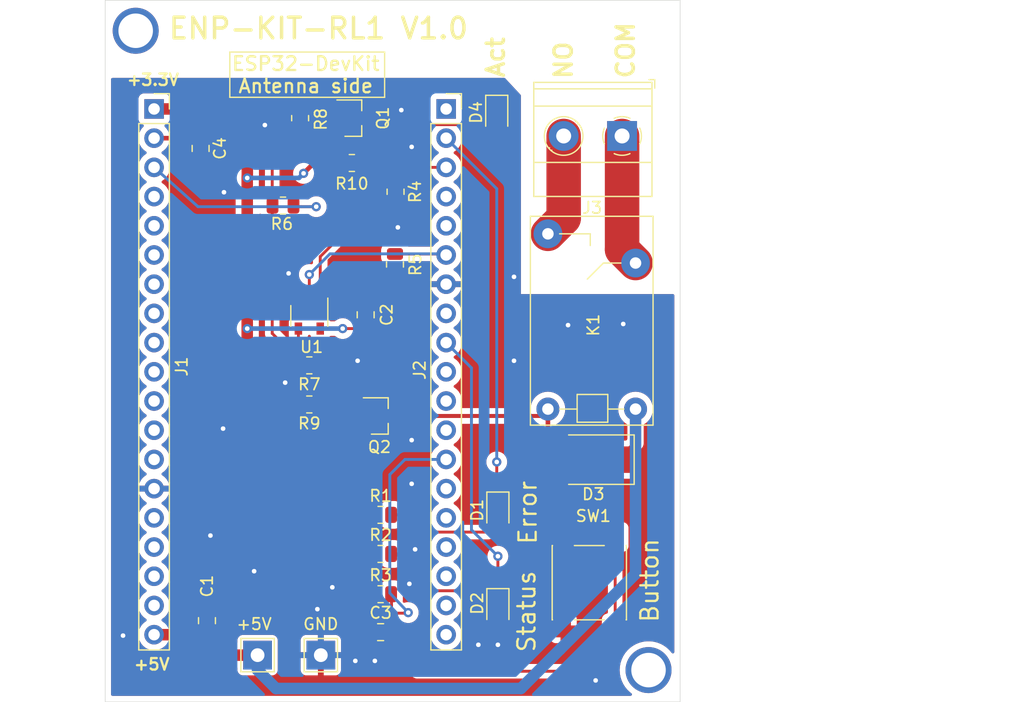
<source format=kicad_pcb>
(kicad_pcb (version 20211014) (generator pcbnew)
  (title_block (title "ENP-KIT-RL1") (date "2021-09-21") (rev "${git_tag}"))
  (layers (0 "F.Cu" signal) (31 "B.Cu" signal) (34 "B.Paste" user) (35 "F.Paste" user) (36 "B.SilkS" user "B.Silkscreen") (37 "F.SilkS" user "F.Silkscreen") (38 "B.Mask" user) (39 "F.Mask" user) (44 "Edge.Cuts" user))
  (property "git_hash" "V2.2")
  (net 0 "")
  (net 1 "+5V")
  (net 2 "GND")
  (net 3 "Net-(Q1-Pad1)")
  (net 4 "EN")
  (net 19 "Net-(D1-Pad2)")
  (net 30 "Net-(J2-Pad6)")
  (net 33 "Net-(J2-Pad3)")
  (net 34 "Net-(J3-Pad1)")
  (net 35 "Net-(J3-Pad2)")
  (net 36 "Net-(Q2-Pad1)")
  (net 37 "Net-(D2-Pad2)")
  (net 38 "+3V3")
  (net 39 "Net-(D3-Pad2)")
  (net 40 "Net-(D4-Pad2)")
  (net 41 "Net-(D4-Pad1)")
  (net 42 "Net-(R6-Pad1)")
  (net 43 "ACT")
  (net 44 "Net-(C3-Pad2)")
  (net 45 "Net-(D1-Pad1)")
  (net 46 "Net-(D2-Pad1)")
  (footprint "Capacitor_SMD:C_0805_2012Metric" (layer "F.Cu") (at 89.2 84.5 90)
    (fp_text reference "C1" (at 3 0 90) (layer "F.SilkS"))
    (fp_text value "0.1uF/50V/20%/X5R/C0805" hide)
    (fp_line (start -0.261252 -0.735) (end 0.261252 -0.735) (layer "F.SilkS") (width 0.12))
    (fp_line (start -0.261252 0.735) (end 0.261252 0.735) (layer "F.SilkS") (width 0.12))
    (pad "1" smd roundrect locked (at -0.95 0 90) (size 1 1.45) (layers "F.Cu" "F.Paste" "F.Mask") (net 1 "+5V"))
    (pad "2" smd roundrect locked (at 0.95 0 90) (size 1 1.45) (layers "F.Cu" "F.Paste" "F.Mask") (net 2 "GND"))
  )
  (footprint "Capacitor_SMD:C_0805_2012Metric" (layer "F.Cu") (at 103 57.9 90)
    (fp_text reference "C2" (at 0 1.825 90) (layer "F.SilkS"))
    (fp_text value "0.1uF/50V/20%/X5R/C0805" hide)
    (fp_line (start -0.261252 0.735) (end 0.261252 0.735) (layer "F.SilkS") (width 0.12))
    (fp_line (start -0.261252 -0.735) (end 0.261252 -0.735) (layer "F.SilkS") (width 0.12))
    (pad "1" smd roundrect locked (at -0.95 0 90) (size 1 1.45) (layers "F.Cu" "F.Paste" "F.Mask") (net 38 "+3V3"))
    (pad "2" smd roundrect locked (at 0.95 0 90) (size 1 1.45) (layers "F.Cu" "F.Paste" "F.Mask") (net 2 "GND"))
  )
  (footprint "Capacitor_SMD:C_0805_2012Metric" (layer "F.Cu") (at 104.3 85.5)
    (fp_text reference "C3" (at 0 -1.68) (layer "F.SilkS"))
    (fp_text value "0.1uF/50V/20%/X5R/C0805" hide)
    (fp_line (start -0.261252 -0.735) (end 0.261252 -0.735) (layer "F.SilkS") (width 0.12))
    (fp_line (start -0.261252 0.735) (end 0.261252 0.735) (layer "F.SilkS") (width 0.12))
    (pad "1" smd roundrect locked (at -0.95 0) (size 1 1.45) (layers "F.Cu" "F.Paste" "F.Mask") (net 2 "GND"))
    (pad "2" smd roundrect locked (at 0.95 0) (size 1 1.45) (layers "F.Cu" "F.Paste" "F.Mask") (net 44 "Net-(C3-Pad2)"))
  )
  (footprint "Diode_SMD:D_SMB" (layer "F.Cu") (at 122.8 70.5 180)
    (fp_text reference "D3" (at 0 -3) (layer "F.SilkS"))
    (fp_text value "SM6T12A" hide)
    (fp_line (start -3.55 2.15) (end 2.15 2.15) (layer "F.SilkS") (width 0.12))
    (fp_line (start -3.55 -2.15) (end -3.55 2.15) (layer "F.SilkS") (width 0.12))
    (fp_line (start -3.55 -2.15) (end 2.15 -2.15) (layer "F.SilkS") (width 0.12))
    (pad "1" smd rect locked (at -2.15 0 180) (size 2.5 2.3) (layers "F.Cu" "F.Paste" "F.Mask") (net 1 "+5V"))
    (pad "2" smd rect locked (at 2.15 0 180) (size 2.5 2.3) (layers "F.Cu" "F.Paste" "F.Mask") (net 39 "Net-(D3-Pad2)"))
  )
  (footprint "LED_SMD:LED_0805_2012Metric" (layer "F.Cu") (at 114.4 40.5 -90)
    (fp_text reference "D4" (at -0.2 1.8 90) (layer "F.SilkS"))
    (fp_text value "LED_GREEN" hide)
    (fp_line (start -1.685 0.96) (end 1 0.96) (layer "F.SilkS") (width 0.12))
    (fp_line (start 1 -0.96) (end -1.685 -0.96) (layer "F.SilkS") (width 0.12))
    (fp_line (start -1.685 -0.96) (end -1.685 0.96) (layer "F.SilkS") (width 0.12))
    (pad "1" smd roundrect locked (at -0.9375 0 270) (size 0.975 1.4) (layers "F.Cu" "F.Paste" "F.Mask") (net 41 "Net-(D4-Pad1)"))
    (pad "2" smd roundrect locked (at 0.9375 0 270) (size 0.975 1.4) (layers "F.Cu" "F.Paste" "F.Mask") (net 40 "Net-(D4-Pad2)"))
  )
  (footprint "LED_SMD:LED_0805_2012Metric" (layer "F.Cu") (at 114.5 75 -90)
    (fp_text reference "D1" (at -0.1 1.8 90) (layer "F.SilkS"))
    (fp_text value "LED_RED" hide)
    (fp_line (start -1.685 -0.96) (end -1.685 0.96) (layer "F.SilkS") (width 0.12))
    (fp_line (start 1 -0.96) (end -1.685 -0.96) (layer "F.SilkS") (width 0.12))
    (fp_line (start -1.685 0.96) (end 1 0.96) (layer "F.SilkS") (width 0.12))
    (pad "1" smd roundrect locked (at -0.9375 0 270) (size 0.975 1.4) (layers "F.Cu" "F.Paste" "F.Mask") (net 45 "Net-(D1-Pad1)"))
    (pad "2" smd roundrect locked (at 0.9375 0 270) (size 0.975 1.4) (layers "F.Cu" "F.Paste" "F.Mask") (net 19 "Net-(D1-Pad2)"))
  )
  (footprint "LED_SMD:LED_0805_2012Metric" (layer "F.Cu") (at 114.5 83.4 -90)
    (fp_text reference "D2" (at -0.4 1.8 90) (layer "F.SilkS"))
    (fp_text value "LED_GREEN" hide)
    (fp_line (start -1.685 0.96) (end 1 0.96) (layer "F.SilkS") (width 0.12))
    (fp_line (start 1 -0.96) (end -1.685 -0.96) (layer "F.SilkS") (width 0.12))
    (fp_line (start -1.685 -0.96) (end -1.685 0.96) (layer "F.SilkS") (width 0.12))
    (pad "1" smd roundrect locked (at -0.9375 0 270) (size 0.975 1.4) (layers "F.Cu" "F.Paste" "F.Mask") (net 46 "Net-(D2-Pad1)"))
    (pad "2" smd roundrect locked (at 0.9375 0 270) (size 0.975 1.4) (layers "F.Cu" "F.Paste" "F.Mask") (net 37 "Net-(D2-Pad2)"))
  )
  (footprint "Connector_PinSocket_2.54mm:PinSocket_1x19_P2.54mm_Vertical" (layer "F.Cu") (at 84.6 40)
    (fp_text reference "J1" (at 2.4 22.4 90) (layer "F.SilkS"))
    (fp_text value "Conn_01x19" hide)
    (fp_line (start -1.33 1.27) (end 1.33 1.27) (layer "F.SilkS") (width 0.12))
    (fp_line (start 1.33 -1.33) (end 1.33 0) (layer "F.SilkS") (width 0.12))
    (fp_line (start 1.33 1.27) (end 1.33 47.05) (layer "F.SilkS") (width 0.12))
    (fp_line (start 0 -1.33) (end 1.33 -1.33) (layer "F.SilkS") (width 0.12))
    (fp_line (start -1.33 47.05) (end 1.33 47.05) (layer "F.SilkS") (width 0.12))
    (fp_line (start -1.33 1.27) (end -1.33 47.05) (layer "F.SilkS") (width 0.12))
    (pad "1" thru_hole rect locked (at 0 0) (size 1.7 1.7) (drill 1) (layers *.Cu *.Mask) (net 38 "+3V3"))
    (pad "2" thru_hole oval locked (at 0 2.54) (size 1.7 1.7) (drill 1) (layers *.Cu *.Mask) (net 4 "EN"))
    (pad "3" thru_hole oval locked (at 0 5.08) (size 1.7 1.7) (drill 1) (layers *.Cu *.Mask) (net 43 "ACT"))
    (pad "4" thru_hole oval locked (at 0 7.62) (size 1.7 1.7) (drill 1) (layers *.Cu *.Mask))
    (pad "5" thru_hole oval locked (at 0 10.16) (size 1.7 1.7) (drill 1) (layers *.Cu *.Mask))
    (pad "6" thru_hole oval locked (at 0 12.7) (size 1.7 1.7) (drill 1) (layers *.Cu *.Mask))
    (pad "7" thru_hole oval locked (at 0 15.24) (size 1.7 1.7) (drill 1) (layers *.Cu *.Mask))
    (pad "8" thru_hole oval locked (at 0 17.78) (size 1.7 1.7) (drill 1) (layers *.Cu *.Mask))
    (pad "9" thru_hole oval locked (at 0 20.32) (size 1.7 1.7) (drill 1) (layers *.Cu *.Mask))
    (pad "10" thru_hole oval locked (at 0 22.86) (size 1.7 1.7) (drill 1) (layers *.Cu *.Mask))
    (pad "11" thru_hole oval locked (at 0 25.4) (size 1.7 1.7) (drill 1) (layers *.Cu *.Mask))
    (pad "12" thru_hole oval locked (at 0 27.94) (size 1.7 1.7) (drill 1) (layers *.Cu *.Mask))
    (pad "13" thru_hole oval locked (at 0 30.48) (size 1.7 1.7) (drill 1) (layers *.Cu *.Mask))
    (pad "14" thru_hole oval locked (at 0 33.02) (size 1.7 1.7) (drill 1) (layers *.Cu *.Mask) (net 2 "GND"))
    (pad "15" thru_hole oval locked (at 0 35.56) (size 1.7 1.7) (drill 1) (layers *.Cu *.Mask))
    (pad "16" thru_hole oval locked (at 0 38.1) (size 1.7 1.7) (drill 1) (layers *.Cu *.Mask))
    (pad "17" thru_hole oval locked (at 0 40.64) (size 1.7 1.7) (drill 1) (layers *.Cu *.Mask))
    (pad "18" thru_hole oval locked (at 0 43.18) (size 1.7 1.7) (drill 1) (layers *.Cu *.Mask))
    (pad "19" thru_hole oval locked (at 0 45.72) (size 1.7 1.7) (drill 1) (layers *.Cu *.Mask) (net 1 "+5V"))
  )
  (footprint "Connector_PinSocket_2.54mm:PinSocket_1x19_P2.54mm_Vertical" (layer "F.Cu") (at 110 40)
    (fp_text reference "J2" (at -2.3 22.7 90) (layer "F.SilkS"))
    (fp_text value "Conn_01x19" hide)
    (fp_line (start -1.33 1.27) (end 1.33 1.27) (layer "F.SilkS") (width 0.12))
    (fp_line (start 1.33 1.27) (end 1.33 47.05) (layer "F.SilkS") (width 0.12))
    (fp_line (start -1.33 1.27) (end -1.33 47.05) (layer "F.SilkS") (width 0.12))
    (fp_line (start 1.33 -1.33) (end 1.33 0) (layer "F.SilkS") (width 0.12))
    (fp_line (start 0 -1.33) (end 1.33 -1.33) (layer "F.SilkS") (width 0.12))
    (fp_line (start -1.33 47.05) (end 1.33 47.05) (layer "F.SilkS") (width 0.12))
    (pad "1" thru_hole rect locked (at 0 0) (size 1.7 1.7) (drill 1) (layers *.Cu *.Mask))
    (pad "2" thru_hole oval locked (at 0 2.54) (size 1.7 1.7) (drill 1) (layers *.Cu *.Mask) (net 45 "Net-(D1-Pad1)"))
    (pad "3" thru_hole oval locked (at 0 5.08) (size 1.7 1.7) (drill 1) (layers *.Cu *.Mask) (net 33 "Net-(J2-Pad3)"))
    (pad "4" thru_hole oval locked (at 0 7.62) (size 1.7 1.7) (drill 1) (layers *.Cu *.Mask))
    (pad "5" thru_hole oval locked (at 0 10.16) (size 1.7 1.7) (drill 1) (layers *.Cu *.Mask))
    (pad "6" thru_hole oval locked (at 0 12.7) (size 1.7 1.7) (drill 1) (layers *.Cu *.Mask) (net 30 "Net-(J2-Pad6)"))
    (pad "7" thru_hole oval locked (at 0 15.24) (size 1.7 1.7) (drill 1) (layers *.Cu *.Mask) (net 2 "GND"))
    (pad "8" thru_hole oval locked (at 0 17.78) (size 1.7 1.7) (drill 1) (layers *.Cu *.Mask))
    (pad "9" thru_hole oval locked (at 0 20.32) (size 1.7 1.7) (drill 1) (layers *.Cu *.Mask) (net 46 "Net-(D2-Pad1)"))
    (pad "10" thru_hole oval locked (at 0 22.86) (size 1.7 1.7) (drill 1) (layers *.Cu *.Mask))
    (pad "11" thru_hole oval locked (at 0 25.4) (size 1.7 1.7) (drill 1) (layers *.Cu *.Mask))
    (pad "12" thru_hole oval locked (at 0 27.94) (size 1.7 1.7) (drill 1) (layers *.Cu *.Mask))
    (pad "13" thru_hole oval locked (at 0 30.48) (size 1.7 1.7) (drill 1) (layers *.Cu *.Mask) (net 44 "Net-(C3-Pad2)"))
    (pad "14" thru_hole oval locked (at 0 33.02) (size 1.7 1.7) (drill 1) (layers *.Cu *.Mask))
    (pad "15" thru_hole oval locked (at 0 35.56) (size 1.7 1.7) (drill 1) (layers *.Cu *.Mask))
    (pad "16" thru_hole oval locked (at 0 38.1) (size 1.7 1.7) (drill 1) (layers *.Cu *.Mask))
    (pad "17" thru_hole oval locked (at 0 40.64) (size 1.7 1.7) (drill 1) (layers *.Cu *.Mask))
    (pad "18" thru_hole oval locked (at 0 43.18) (size 1.7 1.7) (drill 1) (layers *.Cu *.Mask))
    (pad "19" thru_hole oval locked (at 0 45.72) (size 1.7 1.7) (drill 1) (layers *.Cu *.Mask))
  )
  (footprint "TerminalBlock_Phoenix:TerminalBlock_Phoenix_MKDS-1,5-2-5.08_1x02_P5.08mm_Horizontal" (layer "F.Cu") (at 125.3 42.35 180)
    (fp_text reference "J3" (at 2.6 -6.25) (layer "F.SilkS"))
    (fp_text value "Screw_Terminal_01x02" hide)
    (fp_line (start -2.6 -5.261) (end 7.68 -5.261) (layer "F.SilkS") (width 0.12))
    (fp_line (start -2.6 4.1) (end 7.68 4.1) (layer "F.SilkS") (width 0.12))
    (fp_line (start -2.6 -5.261) (end -2.6 4.66) (layer "F.SilkS") (width 0.12))
    (fp_line (start -2.84 4.16) (end -2.84 4.9) (layer "F.SilkS") (width 0.12))
    (fp_line (start 6.355 -1.069) (end 6.308 -1.023) (layer "F.SilkS") (width 0.12))
    (fp_line (start 7.68 -5.261) (end 7.68 4.66) (layer "F.SilkS") (width 0.12))
    (fp_line (start -2.84 4.9) (end -2.34 4.9) (layer "F.SilkS") (width 0.12))
    (fp_line (start -2.6 2.6) (end 7.68 2.6) (layer "F.SilkS") (width 0.12))
    (fp_line (start 6.15 -1.275) (end 6.115 -1.239) (layer "F.SilkS") (width 0.12))
    (fp_line (start -2.6 4.66) (end 7.68 4.66) (layer "F.SilkS") (width 0.12))
    (fp_line (start 4.046 1.239) (end 4.011 1.274) (layer "F.SilkS") (width 0.12))
    (fp_line (start 3.853 1.023) (end 3.806 1.069) (layer "F.SilkS") (width 0.12))
    (fp_line (start -2.6 -2.301) (end 7.68 -2.301) (layer "F.SilkS") (width 0.12))
    (fp_arc (start -0.683042 -1.535427) (mid 0.000524 -1.680501) (end 0.684 -1.535) (layer "F.SilkS") (width 0.12))
    (fp_arc (start -1.535427 0.683042) (mid -1.680501 -0.000524) (end -1.535 -0.684) (layer "F.SilkS") (width 0.12))
    (fp_arc (start 0.028805 1.680253) (mid -0.335551 1.646659) (end -0.684 1.535) (layer "F.SilkS") (width 0.12))
    (fp_arc (start 0.683318 1.534756) (mid 0.349292 1.643288) (end 0 1.68) (layer "F.SilkS") (width 0.12))
    (fp_arc (start 1.535427 -0.683042) (mid 1.680501 0.000524) (end 1.535 0.684) (layer "F.SilkS") (width 0.12))
    (fp_circle (center 5.08 0) (end 6.76 0) (layer "F.SilkS") (width 0.12) (fill none))
    (pad "1" thru_hole rect locked (at 0 0 180) (size 2.6 2.6) (drill 1.3) (layers *.Cu *.Mask) (net 34 "Net-(J3-Pad1)"))
    (pad "2" thru_hole circle locked (at 5.08 0 180) (size 2.6 2.6) (drill 1.3) (layers *.Cu *.Mask) (net 35 "Net-(J3-Pad2)"))
  )
  (footprint "Enapter_lib:HF32F-G" (layer "F.Cu") (at 118.85 66.1 90)
    (fp_text reference "K1" (at 7.3 3.95 90) (layer "F.SilkS"))
    (fp_text value "HF32F-G/005-HS" hide)
    (fp_line (start 12.7 4.826) (end 12.7 6.35) (layer "F.SilkS") (width 0.12))
    (fp_line (start -1.143 5.207) (end -1.143 2.54) (layer "F.SilkS") (width 0.12))
    (fp_line (start 0 5.207) (end 0 6.604) (layer "F.SilkS") (width 0.12))
    (fp_line (start -1.397 9.144) (end -1.397 -1.524) (layer "F.SilkS") (width 0.12))
    (fp_line (start 14.224 3.683) (end 15.24 3.683) (layer "F.SilkS") (width 0.12))
    (fp_line (start 1.27 5.207) (end -1.143 5.207) (layer "F.SilkS") (width 0.12))
    (fp_line (start 16.764 -1.524) (end 16.764 9.144) (layer "F.SilkS") (width 0.12))
    (fp_line (start -1.397 -1.524) (end 16.764 -1.524) (layer "F.SilkS") (width 0.12))
    (fp_line (start 15.24 1.016) (end 15.24 3.683) (layer "F.SilkS") (width 0.12))
    (fp_line (start -1.143 2.54) (end 1.27 2.54) (layer "F.SilkS") (width 0.12))
    (fp_line (start 0 2.54) (end 0 1.016) (layer "F.SilkS") (width 0.12))
    (fp_line (start 11.303 3.429) (end 12.7 4.826) (layer "F.SilkS") (width 0.12))
    (fp_line (start 1.27 2.54) (end 1.27 5.207) (layer "F.SilkS") (width 0.12))
    (fp_line (start 16.764 9.144) (end -1.397 9.144) (layer "F.SilkS") (width 0.12))
    (pad "1" thru_hole circle locked (at 0 0 90) (size 2 2) (drill 1) (layers *.Cu *.Mask) (net 39 "Net-(D3-Pad2)"))
    (pad "2" thru_hole circle locked (at 0 7.62 90) (size 2 2) (drill 1) (layers *.Cu *.Mask) (net 1 "+5V"))
    (pad "3" thru_hole circle locked (at 12.7 7.62 90) (size 2.5 2.5) (drill 1) (layers *.Cu *.Mask) (net 34 "Net-(J3-Pad1)"))
    (pad "4" thru_hole circle locked (at 15.24 0 90) (size 2.5 2.5) (drill 1) (layers *.Cu *.Mask) (net 35 "Net-(J3-Pad2)"))
  )
  (footprint "Resistor_SMD:R_0805_2012Metric" (layer "F.Cu") (at 105.6 47.2 -90)
    (fp_text reference "R4" (at 0 -1.7 90) (layer "F.SilkS"))
    (fp_text value "10K/10%/R0805" hide)
    (fp_line (start -0.227064 0.735) (end 0.227064 0.735) (layer "F.SilkS") (width 0.12))
    (fp_line (start -0.227064 -0.735) (end 0.227064 -0.735) (layer "F.SilkS") (width 0.12))
    (pad "1" smd roundrect locked (at -0.9125 0 270) (size 1.025 1.4) (layers "F.Cu" "F.Paste" "F.Mask") (roundrect_rratio 0.243902) (net 33 "Net-(J2-Pad3)"))
    (pad "2" smd roundrect locked (at 0.9125 0 270) (size 1.025 1.4) (layers "F.Cu" "F.Paste" "F.Mask") (roundrect_rratio 0.243902) (net 2 "GND"))
  )
  (footprint "Resistor_SMD:R_0805_2012Metric" (layer "F.Cu") (at 105.55 53.525 90)
    (fp_text reference "R5" (at -0.025 1.775 90) (layer "F.SilkS"))
    (fp_text value "10K/10%/R0805" hide)
    (fp_line (start -0.227064 0.735) (end 0.227064 0.735) (layer "F.SilkS") (width 0.12))
    (fp_line (start -0.227064 -0.735) (end 0.227064 -0.735) (layer "F.SilkS") (width 0.12))
    (pad "1" smd roundrect locked (at -0.9125 0 90) (size 1.025 1.4) (layers "F.Cu" "F.Paste" "F.Mask") (roundrect_rratio 0.243902) (net 38 "+3V3"))
    (pad "2" smd roundrect locked (at 0.9125 0 90) (size 1.025 1.4) (layers "F.Cu" "F.Paste" "F.Mask") (roundrect_rratio 0.243902) (net 30 "Net-(J2-Pad6)"))
  )
  (footprint "Resistor_SMD:R_0805_2012Metric" (layer "F.Cu") (at 98.1 62.3 180)
    (fp_text reference "R7" (at 0 -1.65) (layer "F.SilkS"))
    (fp_text value "1K/10%/R0805" hide)
    (fp_line (start -0.227064 -0.735) (end 0.227064 -0.735) (layer "F.SilkS") (width 0.12))
    (fp_line (start -0.227064 0.735) (end 0.227064 0.735) (layer "F.SilkS") (width 0.12))
    (pad "1" smd roundrect locked (at -0.9125 0 180) (size 1.025 1.4) (layers "F.Cu" "F.Paste" "F.Mask") (roundrect_rratio 0.243902) (net 36 "Net-(Q2-Pad1)"))
    (pad "2" smd roundrect locked (at 0.9125 0 180) (size 1.025 1.4) (layers "F.Cu" "F.Paste" "F.Mask") (roundrect_rratio 0.243902) (net 42 "Net-(R6-Pad1)"))
  )
  (footprint "Resistor_SMD:R_0805_2012Metric" (layer "F.Cu") (at 98.1 65.7 180)
    (fp_text reference "R9" (at 0 -1.65) (layer "F.SilkS"))
    (fp_text value "10K/10%/R0805" hide)
    (fp_line (start -0.227064 0.735) (end 0.227064 0.735) (layer "F.SilkS") (width 0.12))
    (fp_line (start -0.227064 -0.735) (end 0.227064 -0.735) (layer "F.SilkS") (width 0.12))
    (pad "1" smd roundrect locked (at -0.9125 0 180) (size 1.025 1.4) (layers "F.Cu" "F.Paste" "F.Mask") (roundrect_rratio 0.243902) (net 36 "Net-(Q2-Pad1)"))
    (pad "2" smd roundrect locked (at 0.9125 0 180) (size 1.025 1.4) (layers "F.Cu" "F.Paste" "F.Mask") (roundrect_rratio 0.243902) (net 2 "GND"))
  )
  (footprint "Resistor_SMD:R_0805_2012Metric" (layer "F.Cu") (at 101.8 44.7)
    (fp_text reference "R10" (at 0 1.8) (layer "F.SilkS"))
    (fp_text value "523R/20%/R0805" hide)
    (fp_line (start -0.227064 0.735) (end 0.227064 0.735) (layer "F.SilkS") (width 0.12))
    (fp_line (start -0.227064 -0.735) (end 0.227064 -0.735) (layer "F.SilkS") (width 0.12))
    (pad "1" smd roundrect locked (at -0.9125 0) (size 1.025 1.4) (layers "F.Cu" "F.Paste" "F.Mask") (roundrect_rratio 0.243902) (net 38 "+3V3"))
    (pad "2" smd roundrect locked (at 0.9125 0) (size 1.025 1.4) (layers "F.Cu" "F.Paste" "F.Mask") (roundrect_rratio 0.243902) (net 40 "Net-(D4-Pad2)"))
  )
  (footprint "Resistor_SMD:R_0805_2012Metric" (layer "F.Cu") (at 104.3 82.2)
    (fp_text reference "R3" (at 0 -1.65) (layer "F.SilkS"))
    (fp_text value "10K/10%/R0805" hide)
    (fp_line (start -0.227064 0.735) (end 0.227064 0.735) (layer "F.SilkS") (width 0.12))
    (fp_line (start -0.227064 -0.735) (end 0.227064 -0.735) (layer "F.SilkS") (width 0.12))
    (pad "1" smd roundrect locked (at -0.9125 0) (size 1.025 1.4) (layers "F.Cu" "F.Paste" "F.Mask") (roundrect_rratio 0.243902) (net 38 "+3V3"))
    (pad "2" smd roundrect locked (at 0.9125 0) (size 1.025 1.4) (layers "F.Cu" "F.Paste" "F.Mask") (roundrect_rratio 0.243902) (net 44 "Net-(C3-Pad2)"))
  )
  (footprint "Resistor_SMD:R_0805_2012Metric" (layer "F.Cu") (at 95.8125 48.4)
    (fp_text reference "R6" (at -0.1 1.6) (layer "F.SilkS"))
    (fp_text value "10K/10%/R0805" hide)
    (fp_line (start -0.227064 0.735) (end 0.227064 0.735) (layer "F.SilkS") (width 0.12))
    (fp_line (start -0.227064 -0.735) (end 0.227064 -0.735) (layer "F.SilkS") (width 0.12))
    (pad "1" smd roundrect locked (at -0.9125 0) (size 1.025 1.4) (layers "F.Cu" "F.Paste" "F.Mask") (roundrect_rratio 0.243902) (net 42 "Net-(R6-Pad1)"))
    (pad "2" smd roundrect locked (at 0.9125 0) (size 1.025 1.4) (layers "F.Cu" "F.Paste" "F.Mask") (roundrect_rratio 0.243902) (net 43 "ACT"))
  )
  (footprint "Resistor_SMD:R_0805_2012Metric" (layer "F.Cu") (at 97.3 40.8 -90)
    (fp_text reference "R8" (at 0.1 -1.8 90) (layer "F.SilkS"))
    (fp_text value "1K/10%/R0805" hide)
    (fp_line (start -0.227064 -0.735) (end 0.227064 -0.735) (layer "F.SilkS") (width 0.12))
    (fp_line (start -0.227064 0.735) (end 0.227064 0.735) (layer "F.SilkS") (width 0.12))
    (pad "1" smd roundrect locked (at -0.9125 0 270) (size 1.025 1.4) (layers "F.Cu" "F.Paste" "F.Mask") (roundrect_rratio 0.243902) (net 3 "Net-(Q1-Pad1)"))
    (pad "2" smd roundrect locked (at 0.9125 0 270) (size 1.025 1.4) (layers "F.Cu" "F.Paste" "F.Mask") (roundrect_rratio 0.243902) (net 42 "Net-(R6-Pad1)"))
  )
  (footprint "Button_Switch_SMD:SW_Push_1P1T_NO_6x6mm_H9.5mm" (layer "F.Cu") (at 122.45 81.2 90)
    (fp_text reference "SW1" (at 5.8 0.35 180) (layer "F.SilkS"))
    (fp_text value "SW_Push" hide)
    (fp_line (start -3.23 -3.2) (end -3.23 -3.23) (layer "F.SilkS") (width 0.12))
    (fp_line (start 3.23 -3.23) (end 3.23 -3.2) (layer "F.SilkS") (width 0.12))
    (fp_line (start -3.23 -1.3) (end -3.23 1.3) (layer "F.SilkS") (width 0.12))
    (fp_line (start 3.23 -1.3) (end 3.23 1.3) (layer "F.SilkS") (width 0.12))
    (fp_line (start 3.23 3.23) (end 3.23 3.2) (layer "F.SilkS") (width 0.12))
    (fp_line (start -3.23 3.23) (end -3.23 3.2) (layer "F.SilkS") (width 0.12))
    (fp_line (start -3.23 3.23) (end 3.23 3.23) (layer "F.SilkS") (width 0.12))
    (fp_line (start -3.23 -3.23) (end 3.23 -3.23) (layer "F.SilkS") (width 0.12))
    (pad "1" smd rect locked (at -3.975 -2.25 90) (size 1.55 1.3) (layers "F.Cu" "F.Paste" "F.Mask") (net 2 "GND"))
    (pad "1" smd rect locked (at 3.975 -2.25 90) (size 1.55 1.3) (layers "F.Cu" "F.Paste" "F.Mask") (net 2 "GND"))
    (pad "2" smd rect locked (at -3.975 2.25 90) (size 1.55 1.3) (layers "F.Cu" "F.Paste" "F.Mask") (net 44 "Net-(C3-Pad2)"))
    (pad "2" smd rect locked (at 3.975 2.25 90) (size 1.55 1.3) (layers "F.Cu" "F.Paste" "F.Mask") (net 44 "Net-(C3-Pad2)"))
  )
  (footprint "Package_TO_SOT_SMD:SOT-23-5" (layer "F.Cu") (at 98.1 58 -90)
    (fp_text reference "U1" (at 2.7 -0.2 180) (layer "F.SilkS"))
    (fp_text value "74LVC1G79" hide)
    (fp_line (start -0.9 1.61) (end 0.9 1.61) (layer "F.SilkS") (width 0.12))
    (fp_line (start 0.9 -1.61) (end -1.55 -1.61) (layer "F.SilkS") (width 0.12))
    (pad "1" smd rect locked (at -1.1 -0.95 270) (size 1.06 0.65) (layers "F.Cu" "F.Paste" "F.Mask") (net 33 "Net-(J2-Pad3)"))
    (pad "2" smd rect locked (at -1.1 0 270) (size 1.06 0.65) (layers "F.Cu" "F.Paste" "F.Mask") (net 30 "Net-(J2-Pad6)"))
    (pad "3" smd rect locked (at -1.1 0.95 270) (size 1.06 0.65) (layers "F.Cu" "F.Paste" "F.Mask") (net 2 "GND"))
    (pad "4" smd rect locked (at 1.1 0.95 270) (size 1.06 0.65) (layers "F.Cu" "F.Paste" "F.Mask") (net 42 "Net-(R6-Pad1)"))
    (pad "5" smd rect locked (at 1.1 -0.95 270) (size 1.06 0.65) (layers "F.Cu" "F.Paste" "F.Mask") (net 38 "+3V3"))
  )
  (footprint "Resistor_SMD:R_0805_2012Metric" (layer "F.Cu") (at 104.3 75.3)
    (fp_text reference "R1" (at 0 -1.65) (layer "F.SilkS"))
    (fp_text value "523R/20%/R0805" hide)
    (fp_line (start -0.227064 0.735) (end 0.227064 0.735) (layer "F.SilkS") (width 0.12))
    (fp_line (start -0.227064 -0.735) (end 0.227064 -0.735) (layer "F.SilkS") (width 0.12))
    (pad "1" smd roundrect locked (at -0.9125 0) (size 1.025 1.4) (layers "F.Cu" "F.Paste" "F.Mask") (roundrect_rratio 0.243902) (net 38 "+3V3"))
    (pad "2" smd roundrect locked (at 0.9125 0) (size 1.025 1.4) (layers "F.Cu" "F.Paste" "F.Mask") (roundrect_rratio 0.243902) (net 19 "Net-(D1-Pad2)"))
  )
  (footprint "Resistor_SMD:R_0805_2012Metric" (layer "F.Cu") (at 104.3 78.7)
    (fp_text reference "R2" (at 0 -1.65) (layer "F.SilkS"))
    (fp_text value "523R/20%/R0805" hide)
    (fp_line (start -0.227064 0.735) (end 0.227064 0.735) (layer "F.SilkS") (width 0.12))
    (fp_line (start -0.227064 -0.735) (end 0.227064 -0.735) (layer "F.SilkS") (width 0.12))
    (pad "1" smd roundrect locked (at -0.9125 0) (size 1.025 1.4) (layers "F.Cu" "F.Paste" "F.Mask") (roundrect_rratio 0.243902) (net 38 "+3V3"))
    (pad "2" smd roundrect locked (at 0.9125 0) (size 1.025 1.4) (layers "F.Cu" "F.Paste" "F.Mask") (roundrect_rratio 0.243902) (net 37 "Net-(D2-Pad2)"))
  )
  (footprint "Enapter_lib:ESP-DevKit" (layer "F.Cu") (at 97.525 63)
    (fp_text reference "REF**" hide)
    (fp_text value "ESP-DevKit" hide)
  )
  (footprint "Package_TO_SOT_SMD:SOT-23" (layer "F.Cu") (at 101.9 40.8)
    (fp_text reference "Q1" (at 2.6 0 90) (layer "F.SilkS"))
    (fp_text value "BC817" hide)
    (fp_line (start 0.76 1.58) (end 0.76 0.65) (layer "F.SilkS") (width 0.12))
    (fp_line (start 0.76 1.58) (end -0.7 1.58) (layer "F.SilkS") (width 0.12))
    (fp_line (start 0.76 -1.58) (end 0.76 -0.65) (layer "F.SilkS") (width 0.12))
    (fp_line (start 0.76 -1.58) (end -1.4 -1.58) (layer "F.SilkS") (width 0.12))
    (pad "1" smd rect locked (at -1 -0.95) (size 0.9 0.8) (layers "F.Cu" "F.Paste" "F.Mask") (net 3 "Net-(Q1-Pad1)"))
    (pad "2" smd rect locked (at -1 0.95) (size 0.9 0.8) (layers "F.Cu" "F.Paste" "F.Mask") (net 2 "GND"))
    (pad "3" smd rect locked (at 1 0) (size 0.9 0.8) (layers "F.Cu" "F.Paste" "F.Mask") (net 41 "Net-(D4-Pad1)"))
  )
  (footprint "Package_TO_SOT_SMD:SOT-23" (layer "F.Cu") (at 104.2 66.7)
    (fp_text reference "Q2" (at 0 2.7) (layer "F.SilkS"))
    (fp_text value "BC817" hide)
    (fp_line (start 0.76 -1.58) (end -1.4 -1.58) (layer "F.SilkS") (width 0.12))
    (fp_line (start 0.76 -1.58) (end 0.76 -0.65) (layer "F.SilkS") (width 0.12))
    (fp_line (start 0.76 1.58) (end -0.7 1.58) (layer "F.SilkS") (width 0.12))
    (fp_line (start 0.76 1.58) (end 0.76 0.65) (layer "F.SilkS") (width 0.12))
    (pad "1" smd rect locked (at -1 -0.95) (size 0.9 0.8) (layers "F.Cu" "F.Paste" "F.Mask") (net 36 "Net-(Q2-Pad1)"))
    (pad "2" smd rect locked (at -1 0.95) (size 0.9 0.8) (layers "F.Cu" "F.Paste" "F.Mask") (net 2 "GND"))
    (pad "3" smd rect locked (at 1 0) (size 0.9 0.8) (layers "F.Cu" "F.Paste" "F.Mask") (net 39 "Net-(D3-Pad2)"))
  )
  (footprint "TestPoint:TestPoint_THTPad_2.5x2.5mm_Drill1.2mm" (layer "F.Cu") (at 93.6 87.5)
    (fp_text reference "+5V" (at -0.3 -2.7) (layer "F.SilkS"))
    (fp_text value "TestPoint_THTPad_2.5x2.5mm_Drill1.2mm" hide)
    (fp_line (start -1.45 1.45) (end -1.45 -1.45) (layer "F.SilkS") (width 0.12))
    (fp_line (start 1.45 -1.45) (end 1.45 1.45) (layer "F.SilkS") (width 0.12))
    (fp_line (start 1.45 1.45) (end -1.45 1.45) (layer "F.SilkS") (width 0.12))
    (fp_line (start -1.45 -1.45) (end 1.45 -1.45) (layer "F.SilkS") (width 0.12))
    (pad "1" thru_hole rect locked (at 0 0) (size 2.5 2.5) (drill 1.2) (layers *.Cu *.Mask) (net 1 "+5V"))
  )
  (footprint "TestPoint:TestPoint_THTPad_2.5x2.5mm_Drill1.2mm" (layer "F.Cu") (at 99.1 87.5)
    (fp_text reference "GND" (at 0 -2.7) (layer "F.SilkS"))
    (fp_text value "TestPoint_THTPad_2.5x2.5mm_Drill1.2mm" hide)
    (fp_line (start -1.45 -1.45) (end 1.45 -1.45) (layer "F.SilkS") (width 0.12))
    (fp_line (start -1.45 1.45) (end -1.45 -1.45) (layer "F.SilkS") (width 0.12))
    (fp_line (start 1.45 1.45) (end -1.45 1.45) (layer "F.SilkS") (width 0.12))
    (fp_line (start 1.45 -1.45) (end 1.45 1.45) (layer "F.SilkS") (width 0.12))
    (pad "1" thru_hole rect locked (at 0 0) (size 2.5 2.5) (drill 1.2) (layers *.Cu *.Mask) (net 2 "GND"))
  )
  (footprint "Capacitor_SMD:C_0805_2012Metric" (layer "F.Cu") (at 88.646 43.434 -90)
    (fp_text reference "C4" (at 0 -1.68 90) (layer "F.SilkS"))
    (fp_text value "4.7uF/25V/20%/X5R/C0805" hide)
    (fp_line (start -0.261252 -0.735) (end 0.261252 -0.735) (layer "F.SilkS") (width 0.12))
    (fp_line (start -0.261252 0.735) (end 0.261252 0.735) (layer "F.SilkS") (width 0.12))
    (pad "1" smd roundrect (at -0.95 0 270) (size 1 1.45) (layers "F.Cu" "F.Paste" "F.Mask") (net 4 "EN"))
    (pad "2" smd roundrect (at 0.95 0 270) (size 1 1.45) (layers "F.Cu" "F.Paste" "F.Mask") (net 2 "GND"))
  )
  (gr_line (start 91.186 38.989) (end 91.186 35.052) (layer "F.SilkS") (width 0.12))
  (gr_line (start 91.186 35.052) (end 104.648 35.052) (layer "F.SilkS") (width 0.12))
  (gr_line (start 104.648 38.989) (end 91.186 38.989) (layer "F.SilkS") (width 0.12))
  (gr_line (start 104.648 35.052) (end 104.648 38.989) (layer "F.SilkS") (width 0.12))
  (gr_line (start 80.35 91.55) (end 80.35 30.55) (layer "Edge.Cuts") (width 0.05))
  (gr_line (start 80.35 30.55) (end 130.35 30.55) (layer "Edge.Cuts") (width 0.05))
  (gr_line (start 130.35 30.55) (end 130.35 91.55) (layer "Edge.Cuts") (width 0.05))
  (gr_line (start 130.35 91.55) (end 80.35 91.55) (layer "Edge.Cuts") (width 0.05))
  (gr_text "Act" (at 114.3 35.5 90) (layer "F.SilkS") (effects (font (size 1.5 1.5) (thickness 0.3))))
  (gr_text "Button" (at 127.7 81 90) (layer "F.SilkS") (effects (font (size 1.5 1.5) (thickness 0.2))))
  (gr_text "COM" (at 125.6 34.9 90) (layer "F.SilkS") (effects (font (size 1.5 1.5) (thickness 0.3))))
  (gr_text "NO" (at 120.2 35.76 90) (layer "F.SilkS") (effects (font (size 1.5 1.5) (thickness 0.3))))
  (gr_text "Status" (at 117 83.7 90) (layer "F.SilkS") (effects (font (size 1.5 1.5) (thickness 0.2))))
  (gr_text "+5V" (at 84.4 88.3) (layer "F.SilkS") (effects (font (size 1 1) (thickness 0.2))))
  (gr_text "ESP32-DevKit\nAntenna side" (at 97.79 37.0332) (layer "F.SilkS") (effects (font (size 1.2 1.2) (thickness 0.2))))
  (gr_text "+3.3V" (at 84.5 37.465) (layer "F.SilkS") (effects (font (size 1 1) (thickness 0.2))))
  (gr_text "ENP-KIT-RL1 V1.0" (at 98.9 33) (layer "F.SilkS") (effects (font (size 1.8 1.8) (thickness 0.3))))
  (gr_text "Error" (at 117.1 75.1 90) (layer "F.SilkS") (effects (font (size 1.5 1.5) (thickness 0.2))))
  (via locked (at 83 33.2) (size 4) (drill 3) (layers "F.Cu" "B.Cu") (net 0))
  (via locked (at 127.6 88.8) (size 4) (drill 3) (layers "F.Cu" "B.Cu") (net 0))
  (segment (start 91.25 87.5) (end 89.2 85.45) (width 1) (layer "F.Cu") (net 1))
  (segment (start 126.47 69.03) (end 126.47 66.1) (width 0.4) (layer "F.Cu") (net 1))
  (segment (start 125 70.5) (end 126.47 69.03) (width 0.4) (layer "F.Cu") (net 1))
  (segment (start 84.6 85.72) (end 89.47 85.72) (width 1) (layer "F.Cu") (net 1))
  (segment (start 93.6 87.5) (end 91.25 87.5) (width 1) (layer "F.Cu") (net 1))
  (segment (start 124.95 70.5) (end 125 70.5) (width 0.4) (layer "F.Cu") (net 1))
  (segment (start 89.47 85.72) (end 91.25 87.5) (width 1) (layer "F.Cu") (net 1))
  (segment (start 126.47 80.43) (end 126.47 66.1) (width 1) (layer "B.Cu") (net 1))
  (segment (start 93.6 88.8) (end 95.2 90.4) (width 1) (layer "B.Cu") (net 1))
  (segment (start 95.2 90.4) (end 116.5 90.4) (width 1) (layer "B.Cu") (net 1))
  (segment (start 93.6 87.5) (end 93.6 88.8) (width 1) (layer "B.Cu") (net 1))
  (segment (start 116.5 90.4) (end 119.9 87) (width 1) (layer "B.Cu") (net 1))
  (segment (start 119.9 87) (end 126.47 80.43) (width 1) (layer "B.Cu") (net 1))
  (via (at 81.9 85.8) (size 0.8) (drill 0.4) (layers "F.Cu" "B.Cu") (net 2))
  (via (at 102.3 61.9) (size 0.8) (drill 0.4) (layers "F.Cu" "B.Cu") (net 2))
  (via (at 107 72.6) (size 0.8) (drill 0.4) (layers "F.Cu" "B.Cu") (net 2))
  (via (at 100.1 81.6) (size 0.8) (drill 0.4) (layers "F.Cu" "B.Cu") (net 2))
  (via (at 96.3 54.3) (size 0.8) (drill 0.4) (layers "F.Cu" "B.Cu") (net 2))
  (via (at 94.234 41.402) (size 0.8) (drill 0.4) (layers "F.Cu" "B.Cu") (net 2))
  (via (at 93.3 80.2) (size 0.8) (drill 0.4) (layers "F.Cu" "B.Cu") (net 2))
  (via (at 125.4 58.7) (size 0.8) (drill 0.4) (layers "F.Cu" "B.Cu") (net 2))
  (via (at 98.8 83.5) (size 0.8) (drill 0.4) (layers "F.Cu" "B.Cu") (net 2))
  (via (at 114.5 86.6) (size 0.8) (drill 0.4) (layers "F.Cu" "B.Cu") (net 2))
  (via (at 106.8 81.3) (size 0.8) (drill 0.4) (layers "F.Cu" "B.Cu") (net 2))
  (via (at 123 89.7) (size 0.8) (drill 0.4) (layers "F.Cu" "B.Cu") (net 2))
  (via (at 89.5 77.1) (size 0.8) (drill 0.4) (layers "F.Cu" "B.Cu") (net 2))
  (via (at 115.9 54.6) (size 0.8) (drill 0.4) (layers "F.Cu" "B.Cu") (net 2))
  (via (at 96 63.8) (size 0.8) (drill 0.4) (layers "F.Cu" "B.Cu") (net 2))
  (via (at 106.1 40.1) (size 0.8) (drill 0.4) (layers "F.Cu" "B.Cu") (net 2))
  (via (at 115.9 61.9) (size 0.8) (drill 0.4) (layers "F.Cu" "B.Cu") (net 2))
  (via (at 103.8 88) (size 0.8) (drill 0.4) (layers "F.Cu" "B.Cu") (net 2))
  (via (at 107 43.3) (size 0.8) (drill 0.4) (layers "F.Cu" "B.Cu") (net 2))
  (via (at 105.8 50.3) (size 0.8) (drill 0.4) (layers "F.Cu" "B.Cu") (net 2))
  (via (at 90.6 67.8) (size 0.8) (drill 0.4) (layers "F.Cu" "B.Cu") (net 2))
  (via (at 107.3 78.3) (size 0.8) (drill 0.4) (layers "F.Cu" "B.Cu") (net 2))
  (via (at 107 68.8) (size 0.8) (drill 0.4) (layers "F.Cu" "B.Cu") (net 2))
  (via (at 102.1 88) (size 0.8) (drill 0.4) (layers "F.Cu" "B.Cu") (net 2))
  (via (at 120.6 58.8) (size 0.8) (drill 0.4) (layers "F.Cu" "B.Cu") (net 2))
  (via (at 90.678 47.244) (size 0.8) (drill 0.4) (layers "F.Cu" "B.Cu") (net 2))
  (via (at 112.8 86.6) (size 0.8) (drill 0.4) (layers "F.Cu" "B.Cu") (net 2))
  (segment (start 97.3 39.8875) (end 100.8625 39.8875) (width 0.25) (layer "F.Cu") (net 3))
  (segment (start 100.8625 39.8875) (end 100.9 39.85) (width 0.25) (layer "F.Cu") (net 3))
  (segment (start 88.336 42.54) (end 88.646 42.23) (width 0.4) (layer "F.Cu") (net 4))
  (segment (start 84.6 42.54) (end 88.336 42.54) (width 0.4) (layer "F.Cu") (net 4))
  (segment (start 106.3 75.3) (end 107.8 76.8) (width 0.25) (layer "F.Cu") (net 19))
  (segment (start 105.2125 75.3) (end 106.3 75.3) (width 0.25) (layer "F.Cu") (net 19))
  (segment (start 107.8 76.8) (end 113.6375 76.8) (width 0.25) (layer "F.Cu") (net 19))
  (segment (start 113.6375 76.8) (end 114.5 75.9375) (width 0.25) (layer "F.Cu") (net 19))
  (segment (start 109.9125 52.6125) (end 110 52.7) (width 0.25) (layer "F.Cu") (net 30))
  (segment (start 98.1 56.9) (end 98.1 54.4) (width 0.25) (layer "F.Cu") (net 30))
  (segment (start 105.55 52.6125) (end 109.9125 52.6125) (width 0.25) (layer "F.Cu") (net 30))
  (via (at 98.1 54.4) (size 0.8) (drill 0.4) (layers "F.Cu" "B.Cu") (net 30))
  (segment (start 109.9 52.6) (end 110 52.7) (width 0.25) (layer "B.Cu") (net 30))
  (segment (start 98.1 54.4) (end 99.9 52.6) (width 0.25) (layer "B.Cu") (net 30))
  (segment (start 99.9 52.6) (end 109.9 52.6) (width 0.25) (layer "B.Cu") (net 30))
  (segment (start 99.05 56.9) (end 99.05 52.8375) (width 0.25) (layer "F.Cu") (net 33))
  (segment (start 105.5 46.0875) (end 105.5125 46.0875) (width 0.25) (layer "F.Cu") (net 33))
  (segment (start 110 45.08) (end 106.8075 45.08) (width 0.25) (layer "F.Cu") (net 33))
  (segment (start 106.8075 45.08) (end 105.6 46.2875) (width 0.25) (layer "F.Cu") (net 33))
  (segment (start 99.05 52.8375) (end 105.6 46.2875) (width 0.25) (layer "F.Cu") (net 33))
  (segment (start 125.3 52.23) (end 126.47 53.4) (width 3) (layer "F.Cu") (net 34))
  (segment (start 125.3 42.35) (end 125.3 52.23) (width 3) (layer "F.Cu") (net 34))
  (segment (start 120.22 49.49) (end 118.85 50.86) (width 3) (layer "F.Cu") (net 35))
  (segment (start 120.22 42.35) (end 120.22 49.49) (width 3) (layer "F.Cu") (net 35))
  (segment (start 103.15 65.7) (end 103.2 65.75) (width 0.25) (layer "F.Cu") (net 36))
  (segment (start 99.0125 65.7) (end 103.15 65.7) (width 0.25) (layer "F.Cu") (net 36))
  (segment (start 99.0125 62.3) (end 99.0125 65.7) (width 0.25) (layer "F.Cu") (net 36))
  (segment (start 114.5 84.3375) (end 113.6375 84.3375) (width 0.25) (layer "F.Cu") (net 37))
  (segment (start 113.6375 84.3375) (end 111.2 81.9) (width 0.25) (layer "F.Cu") (net 37))
  (segment (start 108.9 81.9) (end 105.7 78.7) (width 0.25) (layer "F.Cu") (net 37))
  (segment (start 111.2 81.9) (end 108.9 81.9) (width 0.25) (layer "F.Cu") (net 37))
  (segment (start 105.7 78.7) (end 105.2125 78.7) (width 0.25) (layer "F.Cu") (net 37))
  (segment (start 101 59.1) (end 102.75 59.1) (width 0.25) (layer "F.Cu") (net 38))
  (segment (start 84.6 40) (end 89.54 40) (width 1) (layer "F.Cu") (net 38))
  (segment (start 92.71 42.926) (end 92.71 45.99) (width 1) (layer "F.Cu") (net 38))
  (segment (start 92.71 45.99) (end 92.7 46) (width 1) (layer "F.Cu") (net 38))
  (segment (start 102.75 59.1) (end 103 58.85) (width 0.25) (layer "F.Cu") (net 38))
  (segment (start 98.5 44.7) (end 97.6 45.6) (width 0.4) (layer "F.Cu") (net 38))
  (segment (start 99.05 59.1) (end 101 59.1) (width 0.25) (layer "F.Cu") (net 38))
  (segment (start 105.55 54.4375) (end 105.55 58) (width 0.25) (layer "F.Cu") (net 38))
  (segment (start 103.3875 82.2) (end 103.3875 78.7) (width 0.25) (layer "F.Cu") (net 38))
  (segment (start 104.7 58.85) (end 103 58.85) (width 0.25) (layer "F.Cu") (net 38))
  (segment (start 92.7 71.6) (end 99.8 78.7) (width 1) (layer "F.Cu") (net 38))
  (segment (start 100.8875 44.7) (end 98.5 44.7) (width 0.4) (layer "F.Cu") (net 38))
  (segment (start 103.3875 78.7) (end 103.3875 75.3) (width 0.25) (layer "F.Cu") (net 38))
  (segment (start 99.8 78.7) (end 103.3875 78.7) (width 1) (layer "F.Cu") (net 38))
  (segment (start 89.54 40) (end 89.784 40) (width 1) (layer "F.Cu") (net 38))
  (segment (start 105.55 58) (end 104.7 58.85) (width 0.25) (layer "F.Cu") (net 38))
  (segment (start 89.784 40) (end 92.71 42.926) (width 1) (layer "F.Cu") (net 38))
  (segment (start 92.7 45.9) (end 92.7 71.6) (width 1) (layer "F.Cu") (net 38))
  (via (at 97.6 45.6) (size 0.8) (drill 0.4) (layers "F.Cu" "B.Cu") (net 38))
  (via (at 92.7 59.1) (size 0.8) (drill 0.4) (layers "F.Cu" "B.Cu") (net 38))
  (via (at 101 59.1) (size 0.8) (drill 0.4) (layers "F.Cu" "B.Cu") (net 38))
  (via (at 92.7 46) (size 0.8) (drill 0.4) (layers "F.Cu" "B.Cu") (net 38))
  (segment (start 97.2 46) (end 92.7 46) (width 0.4) (layer "B.Cu") (net 38))
  (segment (start 101 59.1) (end 92.7 59.1) (width 0.4) (layer "B.Cu") (net 38))
  (segment (start 97.6 45.6) (end 97.2 46) (width 0.4) (layer "B.Cu") (net 38))
  (segment (start 118.85 68.7) (end 120.65 70.5) (width 0.4) (layer "F.Cu") (net 39))
  (segment (start 118.85 66.1) (end 118.25 66.7) (width 0.35) (layer "F.Cu") (net 39))
  (segment (start 118.85 66.1) (end 118.85 68.7) (width 0.4) (layer "F.Cu") (net 39))
  (segment (start 105.2 66.7) (end 118.25 66.7) (width 0.35) (layer "F.Cu") (net 39))
  (segment (start 103.3 44.7) (end 106.635001 41.364999) (width 0.25) (layer "F.Cu") (net 40))
  (segment (start 106.635001 41.364999) (end 114.327499 41.364999) (width 0.25) (layer "F.Cu") (net 40))
  (segment (start 102.7125 44.7) (end 103.3 44.7) (width 0.25) (layer "F.Cu") (net 40))
  (segment (start 114.327499 41.364999) (end 114.4 41.4375) (width 0.25) (layer "F.Cu") (net 40))
  (segment (start 113.1375 38.3) (end 114.4 39.5625) (width 0.25) (layer "F.Cu") (net 41))
  (segment (start 102.9 40.8) (end 105.4 38.3) (width 0.25) (layer "F.Cu") (net 41))
  (segment (start 105.4 38.3) (end 113.1375 38.3) (width 0.25) (layer "F.Cu") (net 41))
  (segment (start 97.15 62.2625) (end 97.1875 62.3) (width 0.25) (layer "F.Cu") (net 42))
  (segment (start 94.874999 44.137501) (end 97.3 41.7125) (width 0.25) (layer "F.Cu") (net 42))
  (segment (start 97.15 60.55) (end 97.15 60.85) (width 0.25) (layer "F.Cu") (net 42))
  (segment (start 97.1875 59.1375) (end 97.15 59.1) (width 0.25) (layer "F.Cu") (net 42))
  (segment (start 97.15 60.85) (end 97.15 62.2625) (width 0.25) (layer "F.Cu") (net 42))
  (segment (start 97.15 59.1) (end 97.15 60.55) (width 0.25) (layer "F.Cu") (net 42))
  (segment (start 97.15 60.55) (end 95.899998 60.55) (width 0.25) (layer "F.Cu") (net 42))
  (segment (start 94.874999 59.525001) (end 94.874999 44.137501) (width 0.25) (layer "F.Cu") (net 42))
  (segment (start 95.574999 60.225001) (end 94.874999 59.525001) (width 0.25) (layer "F.Cu") (net 42))
  (segment (start 97.062499 62.025001) (end 97.1875 61.9) (width 0.25) (layer "F.Cu") (net 42))
  (segment (start 95.899998 60.55) (end 95.574999 60.225001) (width 0.25) (layer "F.Cu") (net 42))
  (segment (start 96.825 48.5) (end 96.725 48.4) (width 0.25) (layer "F.Cu") (net 43))
  (segment (start 98.7 48.5) (end 96.825 48.5) (width 0.25) (layer "F.Cu") (net 43))
  (via (at 98.7 48.5) (size 0.8) (drill 0.4) (layers "F.Cu" "B.Cu") (net 43))
  (segment (start 88.42 48.5) (end 98.7 48.5) (width 0.25) (layer "B.Cu") (net 43))
  (segment (start 84.6 45.08) (end 88.42 48.5) (width 0.25) (layer "B.Cu") (net 43))
  (segment (start 105.25 85.5) (end 105.25 83.85) (width 0.25) (layer "F.Cu") (net 44))
  (segment (start 124.7 85.175) (end 124.7 77.225) (width 0.25) (layer "F.Cu") (net 44))
  (segment (start 105.25 85.5) (end 105.25 86.65) (width 0.25) (layer "F.Cu") (net 44))
  (segment (start 105.25 83.85) (end 106.65 83.85) (width 0.25) (layer "F.Cu") (net 44))
  (segment (start 106.65 83.85) (end 106.7 83.8) (width 0.25) (layer "F.Cu") (net 44))
  (segment (start 105.25 83.85) (end 105.25 82.2375) (width 0.25) (layer "F.Cu") (net 44))
  (segment (start 107.5 88.9) (end 120.975 88.9) (width 0.25) (layer "F.Cu") (net 44))
  (segment (start 120.975 88.9) (end 124.7 85.175) (width 0.25) (layer "F.Cu") (net 44))
  (segment (start 105.25 86.65) (end 107.5 88.9) (width 0.25) (layer "F.Cu") (net 44))
  (segment (start 105.25 82.2375) (end 105.2125 82.2) (width 0.25) (layer "F.Cu") (net 44))
  (segment (start 109.98 70.5) (end 110 70.48) (width 0.25) (layer "F.Cu") (net 44))
  (via (at 106.7 83.8) (size 0.8) (drill 0.4) (layers "F.Cu" "B.Cu") (net 44))
  (segment (start 105.1 71.8) (end 106.42 70.48) (width 0.25) (layer "B.Cu") (net 44))
  (segment (start 106.72 70.48) (end 110 70.48) (width 0.25) (layer "B.Cu") (net 44))
  (segment (start 106.7 83.8) (end 105.1 82.1) (width 0.25) (layer "B.Cu") (net 44))
  (segment (start 105.1 82.1) (end 105.1 71.8) (width 0.25) (layer "B.Cu") (net 44))
  (segment (start 106.42 70.48) (end 106.72 70.48) (width 0.25) (layer "B.Cu") (net 44))
  (segment (start 114.4 70.7) (end 114.4 73.9625) (width 0.25) (layer "F.Cu") (net 45))
  (segment (start 114.4 73.9625) (end 114.5 74.0625) (width 0.25) (layer "F.Cu") (net 45))
  (via (at 114.4 70.7) (size 0.8) (drill 0.4) (layers "F.Cu" "B.Cu") (net 45))
  (segment (start 114.4 46.94) (end 114.4 70.7) (width 0.25) (layer "B.Cu") (net 45))
  (segment (start 110 42.54) (end 114.4 46.94) (width 0.25) (layer "B.Cu") (net 45))
  (segment (start 114.5 78.9) (end 114.5 82.4625) (width 0.25) (layer "F.Cu") (net 46))
  (via (at 114.5 78.9) (size 0.8) (drill 0.4) (layers "F.Cu" "B.Cu") (net 46))
  (segment (start 112.2 62.52) (end 112.2 76.6) (width 0.25) (layer "B.Cu") (net 46))
  (segment (start 112.2 76.6) (end 114.5 78.9) (width 0.25) (layer "B.Cu") (net 46))
  (segment (start 110 60.32) (end 112.2 62.52) (width 0.25) (layer "B.Cu") (net 46))
  (zone (net 2) (net_name "GND") (layer "F.Cu") (connect_pads (clearance 0.508)) (min_thickness 0.254) (fill yes (thermal_gap 0.508) (thermal_bridge_width 0.508))
    (polygon (pts (xy 130.2 91.4) (xy 80.5 91.4) (xy 80.5 30.7) (xy 130.2 30.7)))
  )
  (zone (net 0) (net_name "") (layers F&B.Cu) (connect_pads (clearance 0)) (min_thickness 0.254)
    (keepout (tracks allowed) (vias allowed) (pads allowed) (copperpour not_allowed) (footprints allowed))
    (fill (thermal_gap 0.508) (thermal_bridge_width 0.508))
    (polygon (pts (xy 116.5 38.8) (xy 115.1 37.3) (xy 116.5 37.3)))
  )
  (zone (net 0) (net_name "") (layers F&B.Cu) (connect_pads (clearance 0)) (min_thickness 0.254)
    (keepout (tracks not_allowed) (vias not_allowed) (pads allowed) (copperpour not_allowed) (footprints allowed))
    (fill (thermal_gap 0.508) (thermal_bridge_width 0.508))
    (polygon (pts (xy 130.2 56.1) (xy 116.5 56.1) (xy 116.5 37.3) (xy 80.5 37.3) (xy 80.5 30.7) (xy 130.2 30.7)))
  )
  (zone (net 2) (net_name "GND") (layer "B.Cu") (connect_pads (clearance 0.508)) (min_thickness 0.254) (fill yes (thermal_gap 0.508) (thermal_bridge_width 0.508))
    (polygon (pts (xy 130.2 91.4) (xy 80.5 91.4) (xy 80.5 30.7) (xy 130.2 30.7)))
  )
)
</source>
